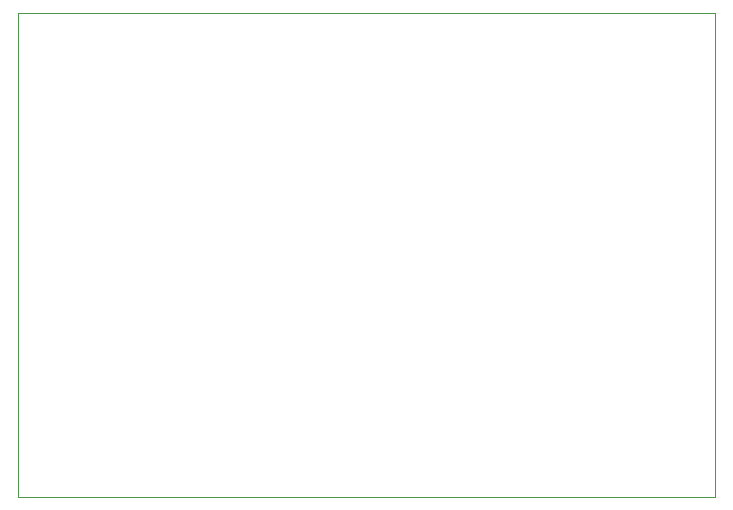
<source format=gbr>
%TF.GenerationSoftware,KiCad,Pcbnew,6.0.5-a6ca702e91~116~ubuntu20.04.1*%
%TF.CreationDate,2022-05-10T14:58:35-05:00*%
%TF.ProjectId,CarHUD,43617248-5544-42e6-9b69-6361645f7063,rev?*%
%TF.SameCoordinates,Original*%
%TF.FileFunction,Profile,NP*%
%FSLAX46Y46*%
G04 Gerber Fmt 4.6, Leading zero omitted, Abs format (unit mm)*
G04 Created by KiCad (PCBNEW 6.0.5-a6ca702e91~116~ubuntu20.04.1) date 2022-05-10 14:58:35*
%MOMM*%
%LPD*%
G01*
G04 APERTURE LIST*
%TA.AperFunction,Profile*%
%ADD10C,0.100000*%
%TD*%
G04 APERTURE END LIST*
D10*
X71000000Y-46000000D02*
X130000000Y-46000000D01*
X130000000Y-46000000D02*
X130000000Y-87000000D01*
X130000000Y-87000000D02*
X71000000Y-87000000D01*
X71000000Y-87000000D02*
X71000000Y-46000000D01*
M02*

</source>
